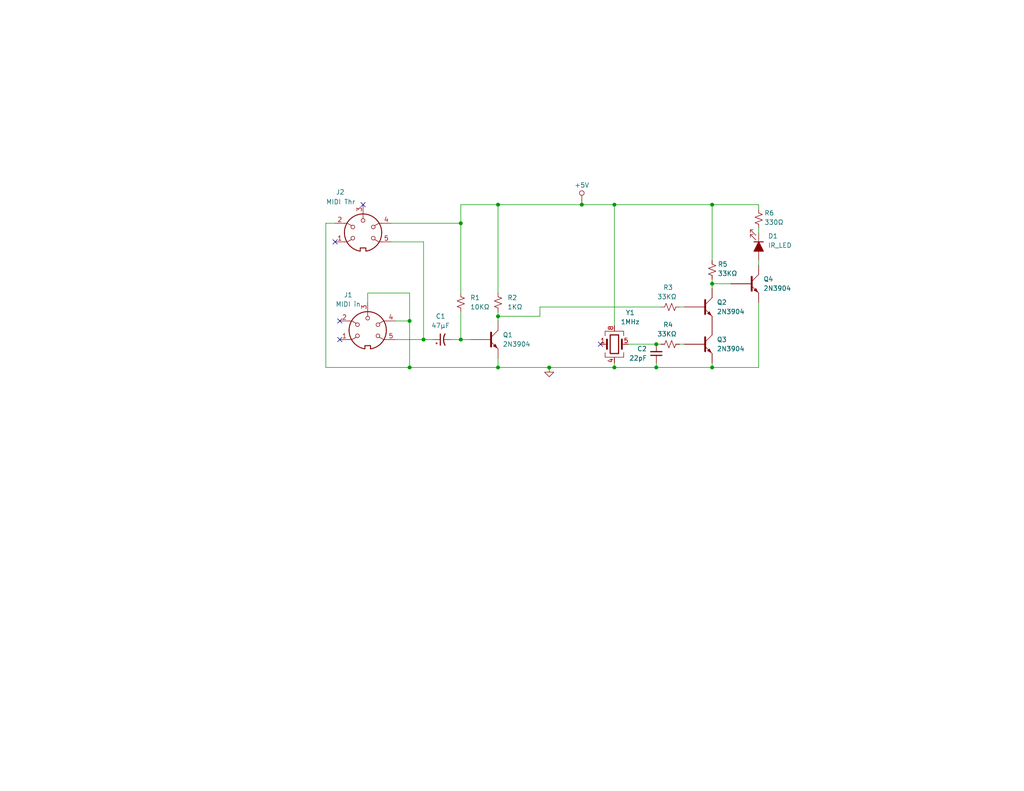
<source format=kicad_sch>
(kicad_sch (version 20231120) (generator "eeschema") (generator_version "8.0")
  (paper "A")
  (title_block (date "2025-05-01") (comment 1 "Justin Bell"))
  (lib_symbols
    (symbol "2_JB_Custom_sym:VCC"
      (property "Value" "+5V" (at 0 5.588 0))
      (symbol "VCC_0_1"
        (circle (center 0 3.175) (radius 0.635))
      )
      (symbol "VCC_1_1"
        (pin power_in line (at 0 0 90) (length 2.54) (name "~") (number ""))
      )
    )
    (symbol "Connector:DIN-5" (pin_names (offset 1.016))
      (property "Reference" "J" (at 3.175 5.715 0))
      (property "Value" "DIN-5" (at 0 -6.35 0))
      (symbol "DIN-5_0_1"
        (arc (start -5.08 0) (mid -3.8609 -3.3364) (end -0.762 -5.08) (stroke (width 0.254)))
        (circle (center -2.794 -1.524) (radius 0.508))
        (circle (center -2.794 1.524) (radius 0.508))
        (polyline (pts (xy 0 5.08) (xy 0 3.81)))
        (polyline (pts (xy -5.08 -2.54) (xy -4.318 -2.54) (xy -3.175 -1.905)))
        (polyline (pts (xy -5.08 2.54) (xy -4.318 2.54) (xy -3.175 1.905)))
        (polyline (pts (xy 5.08 -2.54) (xy 4.318 -2.54) (xy 3.175 -1.905)))
        (polyline (pts (xy 5.08 2.54) (xy 4.318 2.54) (xy 3.175 1.905)))
        (polyline (pts (xy -0.762 -4.953) (xy -0.762 -4.191) (xy 0.762 -4.191) (xy 0.762 -4.953)) (stroke (width 0.254)))
        (circle (center 0 3.302) (radius 0.508))
        (arc (start 0.762 -5.08) (mid 3.8685 -3.343) (end 5.08 0) (stroke (width 0.254)))
        (circle (center 2.794 -1.524) (radius 0.508))
        (circle (center 2.794 1.524) (radius 0.508))
        (arc (start 5.08 0) (mid 0 5.0579) (end -5.08 0) (stroke (width 0.254)))
      )
      (symbol "DIN-5_1_1"
        (pin passive line (at -7.62 -2.54 0) (length 2.54) (name "~") (number "1"))
        (pin passive line (at -7.62 2.54 0) (length 2.54) (name "~") (number "2"))
        (pin passive line (at 0 7.62 270) (length 2.54) (name "~") (number "3"))
        (pin passive line (at 7.62 2.54 180) (length 2.54) (name "~") (number "4"))
        (pin passive line (at 7.62 -2.54 180) (length 2.54) (name "~") (number "5"))
      )
    )
    (symbol "Device:C_Polarized_Small_US" (pin_numbers hide) (pin_names (offset 0.254) hide)
      (property "Reference" "C" (at 0.254 1.778 0))
      (property "Value" "C_Polarized_Small_US" (at 0.254 -2.032 0))
      (symbol "C_Polarized_Small_US_0_1"
        (polyline (pts (xy -1.524 0.508) (xy 1.524 0.508)) (stroke (width 0.3048)))
        (polyline (pts (xy -1.27 1.524) (xy -0.762 1.524)))
        (polyline (pts (xy -1.016 1.27) (xy -1.016 1.778)))
        (arc (start 1.524 -0.762) (mid 0 -0.3734) (end -1.524 -0.762) (stroke (width 0.3048)))
      )
      (symbol "C_Polarized_Small_US_1_1"
        (pin passive line (at 0 2.54 270) (length 2.032) (name "~") (number "1"))
        (pin passive line (at 0 -2.54 90) (length 2.032) (name "~") (number "2"))
      )
    )
    (symbol "Device:C_Small" (pin_numbers hide) (pin_names (offset 0.254) hide)
      (property "Reference" "C" (at 0.254 1.778 0))
      (property "Value" "C_Small" (at 0.254 -2.032 0))
      (symbol "C_Small_0_1"
        (polyline (pts (xy -1.524 -0.508) (xy 1.524 -0.508)) (stroke (width 0.3302)))
        (polyline (pts (xy -1.524 0.508) (xy 1.524 0.508)) (stroke (width 0.3048)))
      )
      (symbol "C_Small_1_1"
        (pin passive line (at 0 2.54 270) (length 2.032) (name "~") (number "1"))
        (pin passive line (at 0 -2.54 90) (length 2.032) (name "~") (number "2"))
      )
    )
    (symbol "Device:Crystal_GND23" (pin_names (offset 1.016) hide)
      (property "Reference" "Y1" (at 4.318 8.636 0))
      (property "Value" "1MHz" (at 4.318 6.096 0))
      (symbol "Crystal_GND23_0_1"
        (rectangle (start -1.143 2.54) (end 1.143 -2.54) (stroke (width 0.3048)))
        (polyline (pts (xy -2.54 0) (xy -2.032 0)))
        (polyline (pts (xy -2.032 -1.27) (xy -2.032 1.27)) (stroke (width 0.508)))
        (polyline (pts (xy 0 -3.81) (xy 0 -3.556)))
        (polyline (pts (xy 0 3.556) (xy 0 3.81)))
        (polyline (pts (xy 2.032 -1.27) (xy 2.032 1.27)) (stroke (width 0.508)))
        (polyline (pts (xy 2.032 0) (xy 2.54 0)))
        (polyline (pts (xy -2.54 -2.286) (xy -2.54 -3.556) (xy 2.54 -3.556) (xy 2.54 -2.286)))
        (polyline (pts (xy -2.54 2.286) (xy -2.54 3.556) (xy 2.54 3.556) (xy 2.54 2.286)))
      )
      (symbol "Crystal_GND23_1_1"
        (pin passive line (at -3.81 0 0) (length 1.27) (name "1") (number "1"))
        (pin passive line (at 0 -5.08 90) (length 1.27) (name "4") (number "4"))
        (pin passive line (at 3.81 0 180) (length 1.27) (name "5") (number "5"))
        (pin passive line (at 0 5.08 270) (length 1.27) (name "8") (number "8"))
      )
    )
    (symbol "Device:LED_Filled" (pin_numbers hide) (pin_names (offset 1.016) hide)
      (property "Reference" "D" (at 0 2.54 0))
      (property "Value" "LED_Filled" (at 0 -2.54 0))
      (symbol "LED_Filled_0_1"
        (polyline (pts (xy -1.27 -1.27) (xy -1.27 1.27)) (stroke (width 0.254)))
        (polyline (pts (xy -1.27 0) (xy 1.27 0)))
        (polyline (pts (xy 1.27 -1.27) (xy 1.27 1.27) (xy -1.27 0) (xy 1.27 -1.27)) (stroke (width 0.254)) (fill (type outline)))
        (polyline (pts (xy -3.048 -0.762) (xy -4.572 -2.286) (xy -3.81 -2.286) (xy -4.572 -2.286) (xy -4.572 -1.524)))
        (polyline (pts (xy -1.778 -0.762) (xy -3.302 -2.286) (xy -2.54 -2.286) (xy -3.302 -2.286) (xy -3.302 -1.524)))
      )
      (symbol "LED_Filled_1_1"
        (pin passive line (at -3.81 0 0) (length 2.54) (name "K") (number "1"))
        (pin passive line (at 3.81 0 180) (length 2.54) (name "A") (number "2"))
      )
    )
    (symbol "Device:R_Small_US" (pin_numbers hide) (pin_names (offset 0.254) hide)
      (property "Reference" "R" (at 0.762 0.508 0))
      (property "Value" "R_Small_US" (at 0.762 -1.016 0))
      (symbol "R_Small_US_1_1"
        (polyline (pts (xy 0 0) (xy 1.016 -0.381) (xy 0 -0.762) (xy -1.016 -1.143) (xy 0 -1.524)))
        (polyline (pts (xy 0 1.524) (xy 1.016 1.143) (xy 0 0.762) (xy -1.016 0.381) (xy 0 0)))
        (pin passive line (at 0 2.54 270) (length 1.016) (name "~") (number "1"))
        (pin passive line (at 0 -2.54 90) (length 1.016) (name "~") (number "2"))
      )
    )
    (symbol "Transistor_BJT:2N3904" (pin_numbers hide) (pin_names (offset 0) hide)
      (property "Reference" "Qe" (at 5.08 1.2701 0))
      (property "Value" "2N3904" (at 5.08 -1.2699 0))
      (symbol "2N3904_0_1"
        (polyline (pts (xy 0.635 0.635) (xy 2.54 2.54)))
        (polyline (pts (xy 0.635 -0.635) (xy 2.54 -2.54) (xy 2.54 -2.54)))
        (polyline (pts (xy 0.635 1.905) (xy 0.635 -1.905) (xy 0.635 -1.905)) (stroke (width 0.508)))
        (polyline (pts (xy 1.27 -1.778) (xy 1.778 -1.27) (xy 2.286 -2.286) (xy 1.27 -1.778) (xy 1.27 -1.778)) (fill (type outline)))
      )
      (symbol "2N3904_1_1"
        (pin passive line (at 2.54 -5.08 90) (length 2.54) (name "E") (number "1"))
        (pin passive line (at -5.08 0 0) (length 5.715) (name "B") (number "2"))
        (pin passive line (at 2.54 5.08 270) (length 2.54) (name "C") (number "3"))
      )
    )
    (symbol "power:GND" (power) (pin_numbers hide) (pin_names (offset 0) hide)
      (property "Value" "GND" (at 0 -3.81 0))
      (symbol "GND_0_1"
        (polyline (pts (xy 0 0) (xy 0 -1.27) (xy 1.27 -1.27) (xy 0 -2.54) (xy -1.27 -1.27) (xy 0 -1.27)))
      )
      (symbol "GND_1_1"
        (pin power_in line (at 0 0 270) (length 0) (name "~") (number "1"))
      )
    )
  )
  (junction (at 135.89 86.36))
  (junction (at 179.07 93.98))
  (junction (at 125.73 60.96))
  (junction (at 111.76 100.33))
  (junction (at 194.31 77.47))
  (junction (at 125.73 92.71))
  (junction (at 194.31 55.88))
  (junction (at 135.89 100.33))
  (junction (at 167.64 100.33))
  (junction (at 179.07 100.33))
  (junction (at 115.57 92.71))
  (junction (at 149.86 100.33))
  (junction (at 194.31 100.33))
  (junction (at 158.75 55.88))
  (junction (at 111.76 87.63))
  (junction (at 135.89 55.88))
  (junction (at 167.64 55.88))
  (no_connect (at 99.06 55.88))
  (no_connect (at 92.71 87.63))
  (no_connect (at 92.71 92.71))
  (no_connect (at 91.44 66.04))
  (no_connect (at 163.83 93.98))
  (wire (pts (xy 135.89 55.88) (xy 135.89 80.01)))
  (wire (pts (xy 179.07 99.06) (xy 179.07 100.33)))
  (wire (pts (xy 135.89 97.79) (xy 135.89 100.33)))
  (wire (pts (xy 207.01 55.88) (xy 207.01 57.15)))
  (wire (pts (xy 194.31 76.2) (xy 194.31 77.47)))
  (wire (pts (xy 194.31 55.88) (xy 194.31 71.12)))
  (wire (pts (xy 106.68 60.96) (xy 125.73 60.96)))
  (wire (pts (xy 158.75 55.88) (xy 167.64 55.88)))
  (wire (pts (xy 135.89 85.09) (xy 135.89 86.36)))
  (wire (pts (xy 179.07 93.98) (xy 180.34 93.98)))
  (wire (pts (xy 135.89 100.33) (xy 149.86 100.33)))
  (wire (pts (xy 100.33 82.55) (xy 100.33 80.01)))
  (wire (pts (xy 125.73 55.88) (xy 135.89 55.88)))
  (wire (pts (xy 106.68 66.04) (xy 115.57 66.04)))
  (wire (pts (xy 207.01 82.55) (xy 207.01 100.33)))
  (wire (pts (xy 125.73 92.71) (xy 128.27 92.71)))
  (wire (pts (xy 115.57 92.71) (xy 115.57 66.04)))
  (wire (pts (xy 149.86 100.33) (xy 167.64 100.33)))
  (wire (pts (xy 111.76 87.63) (xy 111.76 100.33)))
  (wire (pts (xy 125.73 60.96) (xy 125.73 80.01)))
  (wire (pts (xy 185.42 93.98) (xy 186.69 93.98)))
  (wire (pts (xy 194.31 99.06) (xy 194.31 100.33)))
  (wire (pts (xy 147.32 83.82) (xy 180.34 83.82)))
  (wire (pts (xy 88.9 60.96) (xy 88.9 100.33)))
  (wire (pts (xy 194.31 55.88) (xy 207.01 55.88)))
  (wire (pts (xy 199.39 77.47) (xy 194.31 77.47)))
  (wire (pts (xy 207.01 72.39) (xy 207.01 71.12)))
  (wire (pts (xy 167.64 55.88) (xy 167.64 88.9)))
  (wire (pts (xy 115.57 92.71) (xy 118.11 92.71)))
  (wire (pts (xy 194.31 100.33) (xy 207.01 100.33)))
  (wire (pts (xy 179.07 100.33) (xy 194.31 100.33)))
  (wire (pts (xy 100.33 80.01) (xy 111.76 80.01)))
  (wire (pts (xy 123.19 92.71) (xy 125.73 92.71)))
  (wire (pts (xy 167.64 99.06) (xy 167.64 100.33)))
  (wire (pts (xy 88.9 100.33) (xy 111.76 100.33)))
  (wire (pts (xy 186.69 83.82) (xy 185.42 83.82)))
  (wire (pts (xy 107.95 92.71) (xy 115.57 92.71)))
  (wire (pts (xy 135.89 86.36) (xy 135.89 87.63)))
  (wire (pts (xy 125.73 60.96) (xy 125.73 55.88)))
  (wire (pts (xy 135.89 55.88) (xy 158.75 55.88)))
  (wire (pts (xy 167.64 100.33) (xy 179.07 100.33)))
  (wire (pts (xy 147.32 83.82) (xy 147.32 86.36)))
  (wire (pts (xy 135.89 100.33) (xy 111.76 100.33)))
  (wire (pts (xy 171.45 93.98) (xy 179.07 93.98)))
  (wire (pts (xy 107.95 87.63) (xy 111.76 87.63)))
  (wire (pts (xy 88.9 60.96) (xy 91.44 60.96)))
  (wire (pts (xy 207.01 62.23) (xy 207.01 63.5)))
  (wire (pts (xy 111.76 80.01) (xy 111.76 87.63)))
  (wire (pts (xy 194.31 77.47) (xy 194.31 78.74)))
  (wire (pts (xy 167.64 55.88) (xy 194.31 55.88)))
  (wire (pts (xy 125.73 85.09) (xy 125.73 92.71)))
  (wire (pts (xy 147.32 86.36) (xy 135.89 86.36)))
  (symbol (lib_id "Transistor_BJT:2N3904") (at 191.77 83.82 0) (unit 1)
    (property "Reference" "Q2" (at 195.58 82.5499 0) (effects (justify left)))
    (property "Value" "2N3904" (at 195.58 85.0899 0) (effects (justify left)))
    (property "Footprint" "Package_TO_SOT_THT:TO-92_Inline" (effects (hide yes)))
    (property "Datasheet" "https://www.onsemi.com/pub/Collateral/2N3903-D.PDF" (effects (hide yes)))
    (property "Description" "0.2A Ic, 40V Vce, Small Signal NPN Transistor, TO-92" (effects (hide yes)))
  )
  (symbol (lib_id "Device:LED_Filled") (at 207.01 67.31 270) (unit 1)
    (property "Reference" "D1" (at 209.55 64.4524 90) (effects (justify left)))
    (property "Value" "IR_LED" (at 209.55 66.9924 90) (effects (justify left)))
    (property "Footprint" "2JB_Footprints:D_0805" (effects (hide yes)))
    (property "Description" "Light emitting diode, filled shape" (effects (hide yes)))
  )
  (symbol (lib_id "Transistor_BJT:2N3904") (at 191.77 93.98 0) (unit 1)
    (property "Reference" "Q3" (at 195.58 92.7099 0) (effects (justify left)))
    (property "Value" "2N3904" (at 195.58 95.2499 0) (effects (justify left)))
    (property "Footprint" "Package_TO_SOT_THT:TO-92_Inline" (effects (hide yes)))
    (property "Datasheet" "https://www.onsemi.com/pub/Collateral/2N3903-D.PDF" (effects (hide yes)))
    (property "Description" "0.2A Ic, 40V Vce, Small Signal NPN Transistor, TO-92" (effects (hide yes)))
  )
  (symbol (lib_id "Device:R_Small_US") (at 135.89 82.55 180) (unit 1)
    (property "Reference" "R2" (at 138.43 81.2799 0) (effects (justify right)))
    (property "Value" "1KΩ" (at 138.43 83.8199 0) (effects (justify right)))
    (property "Footprint" "2JB_Footprints:C_0805" (effects (hide yes)))
    (property "Description" "Resistor, small US symbol" (effects (hide yes)))
  )
  (symbol (lib_id "Device:R_Small_US") (at 194.31 73.66 180) (unit 1)
    (property "Reference" "R5" (at 195.834 72.136 0) (effects (justify right)))
    (property "Value" "33KΩ" (at 195.834 74.676 0) (effects (justify right)))
    (property "Footprint" "2JB_Footprints:C_0805" (effects (hide yes)))
    (property "Description" "Resistor, small US symbol" (effects (hide yes)))
  )
  (symbol (lib_id "power:GND") (at 149.86 100.33 0) (unit 1)
    (property "Reference" "#PWR01" (effects (hide yes)))
    (property "Value" "GND" (effects (hide yes)))
    (property "Description" "Power symbol creates a global label with name \"GND\" , ground" (effects (hide yes)))
  )
  (symbol (lib_id "Transistor_BJT:2N3904") (at 133.35 92.71 0) (unit 1)
    (property "Reference" "Q1" (at 137.16 91.4399 0) (effects (justify left)))
    (property "Value" "2N3904" (at 137.16 93.9799 0) (effects (justify left)))
    (property "Footprint" "Package_TO_SOT_THT:TO-92_Inline" (effects (hide yes)))
    (property "Datasheet" "https://www.onsemi.com/pub/Collateral/2N3903-D.PDF" (effects (hide yes)))
    (property "Description" "0.2A Ic, 40V Vce, Small Signal NPN Transistor, TO-92" (effects (hide yes)))
  )
  (symbol (lib_id "Transistor_BJT:2N3904") (at 204.47 77.47 0) (unit 1)
    (property "Reference" "Q4" (at 208.28 76.1999 0) (effects (justify left)))
    (property "Value" "2N3904" (at 208.28 78.7399 0) (effects (justify left)))
    (property "Footprint" "Package_TO_SOT_THT:TO-92_Inline" (effects (hide yes)))
    (property "Datasheet" "https://www.onsemi.com/pub/Collateral/2N3903-D.PDF" (effects (hide yes)))
    (property "Description" "0.2A Ic, 40V Vce, Small Signal NPN Transistor, TO-92" (effects (hide yes)))
  )
  (symbol (lib_id "Device:R_Small_US") (at 182.88 83.82 270) (unit 1)
    (property "Reference" "R3" (at 183.642 78.486 90) (effects (justify right)))
    (property "Value" "33KΩ" (at 184.658 81.026 90) (effects (justify right)))
    (property "Footprint" "2JB_Footprints:C_0805" (effects (hide yes)))
    (property "Description" "Resistor, small US symbol" (effects (hide yes)))
  )
  (symbol (lib_id "Connector:DIN-5") (at 100.33 90.17 0) (unit 1)
    (property "Reference" "J1" (at 94.996 80.518 0))
    (property "Value" "MIDI in" (at 94.996 83.058 0))
    (property "Datasheet" "http://www.mouser.com/ds/2/18/40_c091_abd_e-75918.pdf" (effects (hide yes)))
    (property "Description" "5-pin DIN connector" (effects (hide yes)))
  )
  (symbol (lib_id "Device:R_Small_US") (at 125.73 82.55 180) (unit 1)
    (property "Reference" "R1" (at 128.27 81.2799 0) (effects (justify right)))
    (property "Value" "10KΩ" (at 128.27 83.8199 0) (effects (justify right)))
    (property "Footprint" "2JB_Footprints:C_0805" (effects (hide yes)))
    (property "Description" "Resistor, small US symbol" (effects (hide yes)))
  )
  (symbol (lib_id "2_JB_Custom_sym:VCC") (at 158.75 55.88 0) (unit 1)
    (property "Reference" "#PWR2" (effects (hide yes)))
    (property "Value" "+5V" (at 158.75 50.546 0))
  )
  (symbol (lib_id "Connector:DIN-5") (at 99.06 63.5 0) (unit 1)
    (property "Reference" "J2" (at 92.837 52.451 0))
    (property "Value" "MIDI Thr" (at 92.964 55.118 0))
    (property "Datasheet" "http://www.mouser.com/ds/2/18/40_c091_abd_e-75918.pdf" (effects (hide yes)))
    (property "Description" "5-pin DIN connector" (effects (hide yes)))
  )
  (symbol (lib_id "Device:R_Small_US") (at 207.01 59.69 180) (unit 1)
    (property "Reference" "R6" (at 208.534 58.166 0) (effects (justify right)))
    (property "Value" "330Ω" (at 208.534 60.706 0) (effects (justify right)))
    (property "Footprint" "2JB_Footprints:C_0805" (effects (hide yes)))
    (property "Description" "Resistor, small US symbol" (effects (hide yes)))
  )
  (symbol (lib_id "Device:R_Small_US") (at 182.88 93.98 270) (unit 1)
    (property "Reference" "R4" (at 183.642 88.646 90) (effects (justify right)))
    (property "Value" "33KΩ" (at 184.658 91.186 90) (effects (justify right)))
    (property "Footprint" "2JB_Footprints:C_0805" (effects (hide yes)))
    (property "Description" "Resistor, small US symbol" (effects (hide yes)))
  )
  (symbol (lib_id "Device:C_Small") (at 179.07 96.52 0) (mirror x) (unit 1)
    (property "Reference" "C2" (at 176.53 95.2435 0) (effects (justify right)))
    (property "Value" "22pF" (at 176.53 97.7835 0) (effects (justify right)))
    (property "Footprint" "2JB_Footprints:C_0805" (effects (hide yes)))
    (property "Description" "Unpolarized capacitor, small symbol" (effects (hide yes)))
  )
  (symbol (lib_id "Device:Crystal_GND23") (at 167.64 93.98 0) (unit 1)
    (property "Reference" "Y1" (at 171.958 85.344 0))
    (property "Value" "1MHz" (at 171.958 87.884 0))
    (property "Description" "Four pin crystal, GND on pins 2 and 3" (effects (hide yes)))
  )
  (symbol (lib_id "Device:C_Polarized_Small_US") (at 120.65 92.71 90) (unit 1)
    (property "Reference" "C1" (at 120.2182 86.36 90))
    (property "Value" "47µF" (at 120.2182 88.9 90))
    (property "Description" "Polarized capacitor, small US symbol" (effects (hide yes)))
  )
)
</source>
